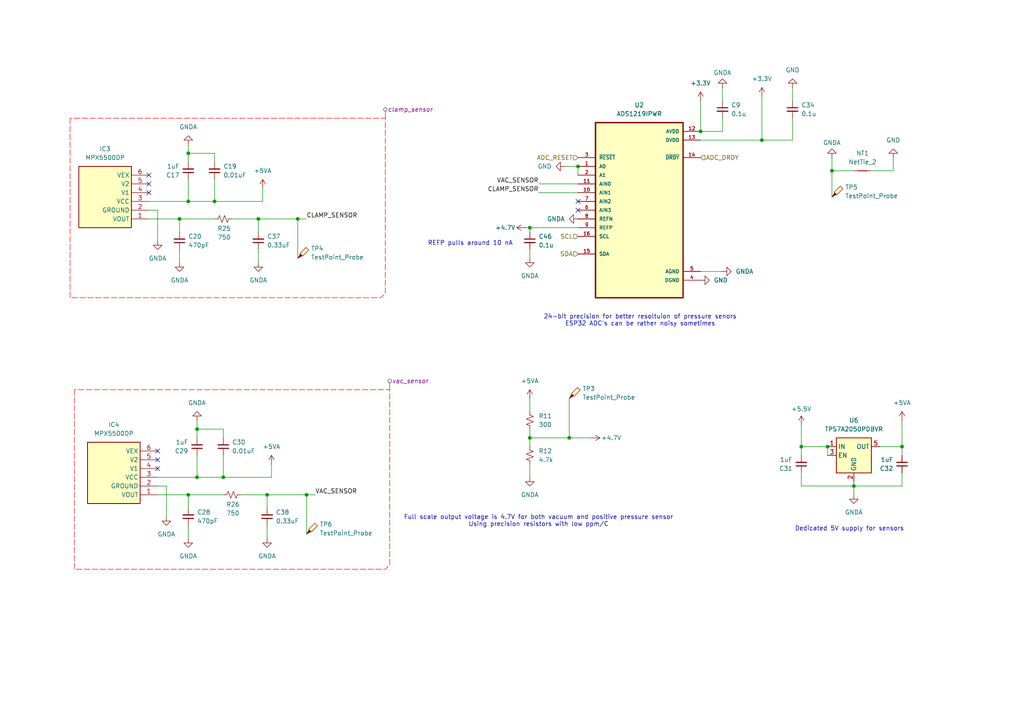
<source format=kicad_sch>
(kicad_sch (version 20250114) (generator "eeschema") (generator_version "9.0")
  (paper "A4")
  (lib_symbols
    (symbol "Connector:TestPoint_Probe" (pin_numbers (hide yes)) (pin_names (offset 0.762) (hide yes))
      (property "Reference" "TP" (at 1.651 5.842 0))
      (property "Value" "TestPoint_Probe" (at 1.651 4.064 0))
      (symbol "TestPoint_Probe_0_1"
        (polyline (pts (xy 1.27 0.762) (xy 0 0) (xy 0.762 1.27) (xy 1.27 0.762)) (fill (type outline)))
        (polyline (pts (xy 1.397 0.635) (xy 0.635 1.397) (xy 2.413 3.175) (xy 3.175 2.413) (xy 1.397 0.635)) (fill (type background)))
      )
      (symbol "TestPoint_Probe_1_1"
        (pin passive line (at 0 0 90) (length 0) (name "1") (number "1"))
      )
    )
    (symbol "Device:C_Small" (pin_numbers (hide yes)) (pin_names (offset 0.254) (hide yes))
      (property "Reference" "C" (at 0.254 1.778 0))
      (property "Value" "C_Small" (at 0.254 -2.032 0))
      (symbol "C_Small_0_1"
        (polyline (pts (xy -1.524 0.508) (xy 1.524 0.508)) (stroke (width 0.3048)))
        (polyline (pts (xy -1.524 -0.508) (xy 1.524 -0.508)) (stroke (width 0.3302)))
      )
      (symbol "C_Small_1_1"
        (pin passive line (at 0 2.54 270) (length 2.032) (name "~") (number "1"))
        (pin passive line (at 0 -2.54 90) (length 2.032) (name "~") (number "2"))
      )
    )
    (symbol "Device:NetTie_2" (pin_numbers (hide yes)) (pin_names (offset 0) (hide yes)) (in_bom no)
      (property "Reference" "NT" (at 0 1.27 0))
      (property "Value" "NetTie_2" (at 0 -1.27 0))
      (symbol "NetTie_2_0_1"
        (polyline (pts (xy -1.27 0) (xy 1.27 0)) (stroke (width 0.254)))
      )
      (symbol "NetTie_2_1_1"
        (pin passive line (at -2.54 0 0) (length 2.54) (name "1") (number "1"))
        (pin passive line (at 2.54 0 180) (length 2.54) (name "2") (number "2"))
      )
    )
    (symbol "Device:R_Small_US" (pin_numbers (hide yes)) (pin_names (offset 0.254) (hide yes))
      (property "Reference" "R" (at 0.762 0.508 0))
      (property "Value" "R_Small_US" (at 0.762 -1.016 0))
      (symbol "R_Small_US_1_1"
        (polyline (pts (xy 0 1.524) (xy 1.016 1.143) (xy 0 0.762) (xy -1.016 0.381) (xy 0 0)))
        (polyline (pts (xy 0 0) (xy 1.016 -0.381) (xy 0 -0.762) (xy -1.016 -1.143) (xy 0 -1.524)))
        (pin passive line (at 0 2.54 270) (length 1.016) (name "~") (number "1"))
        (pin passive line (at 0 -2.54 90) (length 1.016) (name "~") (number "2"))
      )
    )
    (symbol "Regulator_Linear:TPS7A0531PDBV"
      (property "Reference" "U" (at -3.81 6.35 0))
      (property "Value" "TPS7A0531PDBV" (at 6.35 6.35 0))
      (symbol "TPS7A0531PDBV_0_1"
        (rectangle (start -5.08 -5.08) (end 5.08 5.08) (stroke (width 0.254)) (fill (type background)))
        (pin power_in line (at -7.62 2.54 0) (length 2.54) (name "IN") (number "1"))
        (pin input line (at -7.62 0 0) (length 2.54) (name "EN") (number "3"))
        (pin power_in line (at 0 -7.62 90) (length 2.54) (name "GND") (number "2"))
        (pin no_connect line (at 5.08 0 180) (length 2.54) (hide yes) (name "NC") (number "4"))
        (pin power_out line (at 7.62 2.54 180) (length 2.54) (name "OUT") (number "5"))
      )
    )
    (symbol "Vendor_Symbols:ADS1219IPWR" (pin_names (offset 1.016))
      (property "Reference" "U" (at -12.7 26.4 0))
      (property "Value" "ADS1219IPWR" (at -12.7 -29.4 0))
      (symbol "ADS1219IPWR_0_0"
        (rectangle (start -12.7 -25.4) (end 12.7 25.4) (stroke (width 0.41)) (fill (type background)))
        (pin input line (at -17.78 15.24 0) (length 5.08) (name "~{RESET}") (number "3"))
        (pin input line (at -17.78 12.7 0) (length 5.08) (name "A0") (number "1"))
        (pin input line (at -17.78 10.16 0) (length 5.08) (name "A1") (number "2"))
        (pin input line (at -17.78 7.62 0) (length 5.08) (name "AIN0") (number "11"))
        (pin input line (at -17.78 5.08 0) (length 5.08) (name "AIN1") (number "10"))
        (pin input line (at -17.78 2.54 0) (length 5.08) (name "AIN2") (number "7"))
        (pin input line (at -17.78 0 0) (length 5.08) (name "AIN3") (number "6"))
        (pin input line (at -17.78 -2.54 0) (length 5.08) (name "REFN") (number "8"))
        (pin input line (at -17.78 -5.08 0) (length 5.08) (name "REFP") (number "9"))
        (pin input line (at -17.78 -7.62 0) (length 5.08) (name "SCL") (number "16"))
        (pin bidirectional line (at -17.78 -12.7 0) (length 5.08) (name "SDA") (number "15"))
        (pin power_in line (at 17.78 22.86 180) (length 5.08) (name "AVDD") (number "12"))
        (pin power_in line (at 17.78 20.32 180) (length 5.08) (name "DVDD") (number "13"))
        (pin output line (at 17.78 15.24 180) (length 5.08) (name "~{DRDY}") (number "14"))
        (pin power_in line (at 17.78 -17.78 180) (length 5.08) (name "AGND") (number "5"))
        (pin power_in line (at 17.78 -20.32 180) (length 5.08) (name "DGND") (number "4"))
      )
    )
    (symbol "Vendor_Symbols:MPX5500DP"
      (property "Reference" "IC" (at 21.59 7.62 0))
      (property "Value" "MPX5500DP" (at 21.59 5.08 0))
      (symbol "MPX5500DP_1_1"
        (rectangle (start 5.08 2.54) (end 20.32 -15.24) (stroke (width 0.254)) (fill (type background)))
        (pin passive line (at 0 0 0) (length 5.08) (name "VOUT") (number "1"))
        (pin passive line (at 0 -2.54 0) (length 5.08) (name "GROUND") (number "2"))
        (pin passive line (at 0 -5.08 0) (length 5.08) (name "VCC") (number "3"))
        (pin passive line (at 0 -7.62 0) (length 5.08) (name "V1") (number "4"))
        (pin passive line (at 0 -10.16 0) (length 5.08) (name "V2") (number "5"))
        (pin passive line (at 0 -12.7 0) (length 5.08) (name "VEX") (number "6"))
      )
    )
    (symbol "power:+3.3V" (power) (pin_numbers (hide yes)) (pin_names (offset 0) (hide yes))
      (property "Value" "+3.3V" (at 0 3.556 0))
      (symbol "+3.3V_0_1"
        (polyline (pts (xy -0.762 1.27) (xy 0 2.54)))
        (polyline (pts (xy 0 2.54) (xy 0.762 1.27)))
        (polyline (pts (xy 0 0) (xy 0 2.54)))
      )
      (symbol "+3.3V_1_1"
        (pin power_in line (at 0 0 90) (length 0) (name "~") (number "1"))
      )
    )
    (symbol "power:+5V" (power) (pin_numbers (hide yes)) (pin_names (offset 0) (hide yes))
      (property "Value" "+5V" (at 0 3.556 0))
      (symbol "+5V_0_1"
        (polyline (pts (xy -0.762 1.27) (xy 0 2.54)))
        (polyline (pts (xy 0 2.54) (xy 0.762 1.27)))
        (polyline (pts (xy 0 0) (xy 0 2.54)))
      )
      (symbol "+5V_1_1"
        (pin power_in line (at 0 0 90) (length 0) (name "~") (number "1"))
      )
    )
    (symbol "power:+5VA" (power) (pin_numbers (hide yes)) (pin_names (offset 0) (hide yes))
      (property "Value" "+5VA" (at 0 3.556 0))
      (symbol "+5VA_0_1"
        (polyline (pts (xy -0.762 1.27) (xy 0 2.54)))
        (polyline (pts (xy 0 2.54) (xy 0.762 1.27)))
        (polyline (pts (xy 0 0) (xy 0 2.54)))
      )
      (symbol "+5VA_1_1"
        (pin power_in line (at 0 0 90) (length 0) (name "~") (number "1"))
      )
    )
    (symbol "power:GND" (power) (pin_numbers (hide yes)) (pin_names (offset 0) (hide yes))
      (property "Value" "GND" (at 0 -3.81 0))
      (symbol "GND_0_1"
        (polyline (pts (xy 0 0) (xy 0 -1.27) (xy 1.27 -1.27) (xy 0 -2.54) (xy -1.27 -1.27) (xy 0 -1.27)))
      )
      (symbol "GND_1_1"
        (pin power_in line (at 0 0 270) (length 0) (name "~") (number "1"))
      )
    )
    (symbol "power:GNDA" (power) (pin_numbers (hide yes)) (pin_names (offset 0) (hide yes))
      (property "Value" "GNDA" (at 0 -3.81 0))
      (symbol "GNDA_0_1"
        (polyline (pts (xy 0 0) (xy 0 -1.27) (xy 1.27 -1.27) (xy 0 -2.54) (xy -1.27 -1.27) (xy 0 -1.27)))
      )
      (symbol "GNDA_1_1"
        (pin power_in line (at 0 0 270) (length 0) (name "~") (number "1"))
      )
    )
    (symbol "power:VAA" (power) (pin_numbers (hide yes)) (pin_names (offset 0) (hide yes))
      (property "Value" "VAA" (at 0 3.556 0))
      (symbol "VAA_0_1"
        (polyline (pts (xy -0.762 1.27) (xy 0 2.54)))
        (polyline (pts (xy 0 2.54) (xy 0.762 1.27)))
        (polyline (pts (xy 0 0) (xy 0 2.54)))
      )
      (symbol "VAA_1_1"
        (pin power_in line (at 0 0 90) (length 0) (name "~") (number "1"))
      )
    )
  )
  (text "REFP pulls around 10 nA" (at 136.398 70.612 0) (effects (font (size 1.27 1.27))))
  (text "24-bit precision for better resoltuion of pressure senors\nESP32 ADC's can be rather noisy sometimes" (at 185.674 92.964 0) (effects (font (size 1.27 1.27))))
  (text "Full scale output voltage is 4.7V for both vacuum and positive pressure sensor\nUsing precision resistors with low ppm/C" (at 156.21 151.13 0) (effects (font (size 1.27 1.27))))
  (text "Dedicated 5V supply for sensors" (at 246.38 153.416 0) (effects (font (size 1.27 1.27))))
  (junction (at 64.77 138.43))
  (junction (at 153.67 66.04))
  (junction (at 77.47 143.51))
  (junction (at 54.61 143.51))
  (junction (at 232.41 129.54))
  (junction (at 247.65 140.97))
  (junction (at 54.61 58.42))
  (junction (at 261.62 129.54))
  (junction (at 203.2 38.1))
  (junction (at 57.15 138.43))
  (junction (at 54.61 44.45))
  (junction (at 153.67 127))
  (junction (at 220.98 40.64))
  (junction (at 240.03 129.54))
  (junction (at 57.15 124.46))
  (junction (at 88.9 143.51))
  (junction (at 86.36 63.5))
  (junction (at 74.93 63.5))
  (junction (at 52.07 63.5))
  (junction (at 241.3 49.53))
  (junction (at 167.64 48.26))
  (junction (at 62.23 58.42))
  (junction (at 165.1 127))
  (no_connect (at 45.72 133.35))
  (no_connect (at 45.72 135.89))
  (no_connect (at 43.18 50.8))
  (no_connect (at 167.64 60.96))
  (no_connect (at 43.18 53.34))
  (no_connect (at 45.72 130.81))
  (no_connect (at 167.64 58.42))
  (no_connect (at 43.18 55.88))
  (wire (pts (xy 78.74 138.43) (xy 78.74 134.62)))
  (wire (pts (xy 241.3 49.53) (xy 247.65 49.53)))
  (wire (pts (xy 54.61 147.32) (xy 54.61 143.51)))
  (wire (pts (xy 64.77 138.43) (xy 78.74 138.43)))
  (wire (pts (xy 232.41 123.19) (xy 232.41 129.54)))
  (wire (pts (xy 54.61 58.42) (xy 54.61 52.07)))
  (wire (pts (xy 77.47 143.51) (xy 88.9 143.51)))
  (wire (pts (xy 62.23 46.99) (xy 62.23 44.45)))
  (wire (pts (xy 52.07 63.5) (xy 62.23 63.5)))
  (wire (pts (xy 261.62 121.92) (xy 261.62 129.54)))
  (wire (pts (xy 48.26 149.86) (xy 48.26 140.97)))
  (wire (pts (xy 232.41 140.97) (xy 247.65 140.97)))
  (wire (pts (xy 163.83 48.26) (xy 167.64 48.26)))
  (wire (pts (xy 43.18 58.42) (xy 54.61 58.42)))
  (wire (pts (xy 54.61 156.21) (xy 54.61 152.4)))
  (wire (pts (xy 57.15 138.43) (xy 64.77 138.43)))
  (wire (pts (xy 57.15 124.46) (xy 57.15 127)))
  (wire (pts (xy 52.07 63.5) (xy 43.18 63.5)))
  (wire (pts (xy 54.61 143.51) (xy 64.77 143.51)))
  (wire (pts (xy 252.73 49.53) (xy 259.08 49.53)))
  (wire (pts (xy 86.36 63.5) (xy 86.36 74.93)))
  (wire (pts (xy 64.77 127) (xy 64.77 124.46)))
  (wire (pts (xy 69.85 143.51) (xy 77.47 143.51)))
  (wire (pts (xy 77.47 152.4) (xy 77.47 156.21)))
  (wire (pts (xy 64.77 124.46) (xy 57.15 124.46)))
  (wire (pts (xy 52.07 76.2) (xy 52.07 72.39)))
  (wire (pts (xy 64.77 138.43) (xy 64.77 132.08)))
  (wire (pts (xy 54.61 41.91) (xy 54.61 44.45)))
  (wire (pts (xy 220.98 40.64) (xy 229.87 40.64)))
  (wire (pts (xy 153.67 72.39) (xy 153.67 74.93)))
  (wire (pts (xy 229.87 25.4) (xy 229.87 29.21)))
  (wire (pts (xy 165.1 127) (xy 171.45 127)))
  (wire (pts (xy 241.3 45.72) (xy 241.3 49.53)))
  (wire (pts (xy 62.23 58.42) (xy 62.23 52.07)))
  (wire (pts (xy 54.61 143.51) (xy 45.72 143.51)))
  (wire (pts (xy 67.31 63.5) (xy 74.93 63.5)))
  (wire (pts (xy 57.15 121.92) (xy 57.15 124.46)))
  (wire (pts (xy 153.67 115.57) (xy 153.67 119.38)))
  (wire (pts (xy 74.93 63.5) (xy 74.93 67.31)))
  (wire (pts (xy 88.9 143.51) (xy 88.9 154.94)))
  (wire (pts (xy 48.26 140.97) (xy 45.72 140.97)))
  (wire (pts (xy 76.2 58.42) (xy 76.2 54.61)))
  (wire (pts (xy 203.2 29.21) (xy 203.2 38.1)))
  (wire (pts (xy 74.93 63.5) (xy 86.36 63.5)))
  (wire (pts (xy 203.2 38.1) (xy 209.55 38.1)))
  (wire (pts (xy 45.72 60.96) (xy 43.18 60.96)))
  (wire (pts (xy 153.67 127) (xy 153.67 129.54)))
  (wire (pts (xy 74.93 72.39) (xy 74.93 76.2)))
  (wire (pts (xy 247.65 140.97) (xy 247.65 143.51)))
  (wire (pts (xy 57.15 138.43) (xy 57.15 132.08)))
  (wire (pts (xy 86.36 63.5) (xy 88.9 63.5)))
  (wire (pts (xy 209.55 25.4) (xy 209.55 29.21)))
  (wire (pts (xy 45.72 69.85) (xy 45.72 60.96)))
  (wire (pts (xy 255.27 129.54) (xy 261.62 129.54)))
  (wire (pts (xy 77.47 143.51) (xy 77.47 147.32)))
  (wire (pts (xy 153.67 127) (xy 165.1 127)))
  (wire (pts (xy 229.87 34.29) (xy 229.87 40.64)))
  (wire (pts (xy 241.3 49.53) (xy 241.3 57.15)))
  (wire (pts (xy 165.1 115.57) (xy 165.1 127)))
  (wire (pts (xy 261.62 137.16) (xy 261.62 140.97)))
  (wire (pts (xy 153.67 124.46) (xy 153.67 127)))
  (wire (pts (xy 209.55 78.74) (xy 203.2 78.74)))
  (wire (pts (xy 62.23 44.45) (xy 54.61 44.45)))
  (wire (pts (xy 232.41 129.54) (xy 240.03 129.54)))
  (wire (pts (xy 232.41 129.54) (xy 232.41 132.08)))
  (wire (pts (xy 153.67 66.04) (xy 167.64 66.04)))
  (wire (pts (xy 167.64 48.26) (xy 167.64 50.8)))
  (wire (pts (xy 259.08 49.53) (xy 259.08 45.72)))
  (wire (pts (xy 156.21 53.34) (xy 167.64 53.34)))
  (wire (pts (xy 220.98 27.94) (xy 220.98 40.64)))
  (wire (pts (xy 156.21 55.88) (xy 167.64 55.88)))
  (wire (pts (xy 261.62 129.54) (xy 261.62 132.08)))
  (wire (pts (xy 232.41 137.16) (xy 232.41 140.97)))
  (wire (pts (xy 220.98 40.64) (xy 203.2 40.64)))
  (wire (pts (xy 209.55 34.29) (xy 209.55 38.1)))
  (wire (pts (xy 52.07 67.31) (xy 52.07 63.5)))
  (wire (pts (xy 240.03 129.54) (xy 240.03 132.08)))
  (wire (pts (xy 54.61 44.45) (xy 54.61 46.99)))
  (wire (pts (xy 54.61 58.42) (xy 62.23 58.42)))
  (wire (pts (xy 62.23 58.42) (xy 76.2 58.42)))
  (wire (pts (xy 45.72 138.43) (xy 57.15 138.43)))
  (wire (pts (xy 247.65 140.97) (xy 247.65 139.7)))
  (wire (pts (xy 261.62 140.97) (xy 247.65 140.97)))
  (wire (pts (xy 88.9 143.51) (xy 91.44 143.51)))
  (wire (pts (xy 153.67 134.62) (xy 153.67 138.43)))
  (wire (pts (xy 152.4 66.04) (xy 153.67 66.04)))
  (wire (pts (xy 153.67 66.04) (xy 153.67 67.31)))
  (label "VAC_SENSOR" (at 91.44 143.51 0))
  (label "CLAMP_SENSOR" (at 156.21 55.88 180))
  (label "VAC_SENSOR" (at 156.21 53.34 180))
  (label "CLAMP_SENSOR" (at 88.9 63.5 0))
  (hierarchical_label "SCL" (shape input) (at 167.64 68.58 180))
  (hierarchical_label "ADC_DRDY" (shape input) (at 203.2 45.72 0))
  (hierarchical_label "SDA" (shape input) (at 167.64 73.66 180))
  (hierarchical_label "ADC_RESET" (shape input) (at 167.64 45.72 180))
  (rule_area (polyline (pts (xy 20.32 34.29) (xy 20.32 86.36) (xy 110.49 86.36) (xy 111.76 85.09) (xy 111.76 34.29)) (stroke (width 0) (type dash))))
  (rule_area (polyline (pts (xy 21.59 113.03) (xy 21.59 165.1) (xy 111.76 165.1) (xy 113.03 163.83) (xy 113.03 113.03)) (stroke (width 0) (type dash))))
  (netclass_flag "" (length 2.54) (shape round) (at 111.76 34.29 0) (property "Component Class" "clamp_sensor" (at 112.4585 31.75 0) (effects (font (italic yes)) (justify left))))
  (netclass_flag "" (length 2.54) (shape round) (at 113.03 113.03 0) (property "Component Class" "vac_sensor" (at 113.7285 110.49 0) (effects (font (italic yes)) (justify left))))
  (symbol (lib_id "power:+5V") (at 232.41 123.19 0) (unit 1)
    (property "Reference" "#PWR077" (effects (hide yes)))
    (property "Value" "+5.5V" (at 232.41 118.618 0))
    (property "Description" "Power symbol creates a global label with name \"+5V\"" (effects (hide yes)))
  )
  (symbol (lib_id "power:GNDA") (at 153.67 138.43 0) (unit 1)
    (property "Reference" "#PWR018" (effects (hide yes)))
    (property "Value" "GNDA" (at 153.67 143.51 0))
    (property "Description" "Power symbol creates a global label with name \"GNDA\" , analog ground" (effects (hide yes)))
  )
  (symbol (lib_id "power:GNDA") (at 45.72 69.85 0) (unit 1)
    (property "Reference" "#PWR03" (effects (hide yes)))
    (property "Value" "GNDA" (at 45.72 74.93 0))
    (property "Description" "Power symbol creates a global label with name \"GNDA\" , analog ground" (effects (hide yes)))
  )
  (symbol (lib_id "power:+5VA") (at 78.74 134.62 0) (unit 1)
    (property "Reference" "#PWR0100" (effects (hide yes)))
    (property "Value" "+5VA" (at 78.74 129.54 0))
    (property "Description" "Power symbol creates a global label with name \"+5VA\"" (effects (hide yes)))
  )
  (symbol (lib_id "power:GNDA") (at 241.3 45.72 180) (unit 1)
    (property "Reference" "#PWR098" (effects (hide yes)))
    (property "Value" "GNDA" (at 241.3 41.402 0))
    (property "Description" "Power symbol creates a global label with name \"GNDA\" , analog ground" (effects (hide yes)))
  )
  (symbol (lib_id "Device:R_Small_US") (at 153.67 132.08 0) (unit 1)
    (property "Reference" "R12" (at 156.21 130.8099 0) (effects (justify left)))
    (property "Value" "4.7k" (at 156.21 133.3499 0) (effects (justify left)))
    (property "Footprint" "Resistor_SMD:R_0603_1608Metric_Pad0.98x0.95mm_HandSolder" (effects (hide yes)))
    (property "Description" "4.7 kOhms ±0.1% 0.1W, 1/10W Chip Resistor 0603 (1608 Metric) Anti-Sulfur, Automotive AEC-Q200 Thin Film" (effects (hide yes)))
    (property "MPN" "RG1608P-472-B-T5" (effects (hide yes)))
    (property "Manufacturer" "Susumu" (effects (hide yes)))
    (property "DigiKey Link" "https://www.digikey.com/en/products/detail/susumu/RG1608P-472-B-T5/1240593" (effects (hide yes)))
  )
  (symbol (lib_id "power:GNDA") (at 48.26 149.86 0) (unit 1)
    (property "Reference" "#PWR07" (effects (hide yes)))
    (property "Value" "GNDA" (at 48.26 154.94 0))
    (property "Description" "Power symbol creates a global label with name \"GNDA\" , analog ground" (effects (hide yes)))
  )
  (symbol (lib_id "Device:C_Small") (at 64.77 129.54 180) (unit 1)
    (property "Reference" "C30" (at 67.31 128.2635 0) (effects (justify right)))
    (property "Value" "0.01uF" (at 67.31 130.8035 0) (effects (justify right)))
    (property "Footprint" "Capacitor_SMD:C_0402_1005Metric_Pad0.74x0.62mm_HandSolder" (effects (hide yes)))
    (property "Description" "10000 pF ±10% 50V Ceramic Capacitor X7R 0402 (1005 Metric)" (effects (hide yes)))
    (property "MPN" "CL05B103KB5NNNC" (effects (hide yes)))
    (property "Manufacturer" "Samsung Electro-Mechanics" (effects (hide yes)))
    (property "DigiKey Link" "https://www.digikey.com/en/products/detail/samsung-electro-mechanics/CL05B103KB5NNNC/3886686" (effects (hide yes)))
  )
  (symbol (lib_id "power:GNDA") (at 153.67 74.93 0) (unit 1)
    (property "Reference" "#PWR0102" (effects (hide yes)))
    (property "Value" "GNDA" (at 153.67 80.01 0))
    (property "Description" "Power symbol creates a global label with name \"GNDA\" , analog ground" (effects (hide yes)))
  )
  (symbol (lib_id "power:GNDA") (at 247.65 143.51 0) (unit 1)
    (property "Reference" "#PWR040" (effects (hide yes)))
    (property "Value" "GNDA" (at 247.65 148.59 0))
    (property "Description" "Power symbol creates a global label with name \"GNDA\" , analog ground" (effects (hide yes)))
  )
  (symbol (lib_id "power:VAA") (at 171.45 127 270) (unit 1)
    (property "Reference" "#PWR024" (effects (hide yes)))
    (property "Value" "+4.7V" (at 177.292 127 90))
    (property "Description" "Power symbol creates a global label with name \"VAA\"" (effects (hide yes)))
  )
  (symbol (lib_id "power:+5VA") (at 153.67 115.57 0) (unit 1)
    (property "Reference" "#PWR020" (effects (hide yes)))
    (property "Value" "+5VA" (at 153.67 110.49 0))
    (property "Description" "Power symbol creates a global label with name \"+5VA\"" (effects (hide yes)))
  )
  (symbol (lib_id "power:+5VA") (at 76.2 54.61 0) (unit 1)
    (property "Reference" "#PWR042" (effects (hide yes)))
    (property "Value" "+5VA" (at 76.2 49.53 0))
    (property "Description" "Power symbol creates a global label with name \"+5VA\"" (effects (hide yes)))
  )
  (symbol (lib_id "power:+3.3V") (at 203.2 29.21 0) (unit 1)
    (property "Reference" "#PWR029" (effects (hide yes)))
    (property "Value" "+3.3V" (at 203.2 24.13 0))
    (property "Description" "Power symbol creates a global label with name \"+3.3V\"" (effects (hide yes)))
  )
  (symbol (lib_id "power:GNDA") (at 77.47 156.21 0) (unit 1)
    (property "Reference" "#PWR05" (effects (hide yes)))
    (property "Value" "GNDA" (at 77.47 161.29 0))
    (property "Description" "Power symbol creates a global label with name \"GNDA\" , analog ground" (effects (hide yes)))
  )
  (symbol (lib_id "Device:C_Small") (at 77.47 149.86 180) (unit 1)
    (property "Reference" "C38" (at 80.01 148.5835 0) (effects (justify right)))
    (property "Value" "0.33uF" (at 80.01 151.1235 0) (effects (justify right)))
    (property "Footprint" "Capacitor_SMD:C_0603_1608Metric_Pad1.08x0.95mm_HandSolder" (effects (hide yes)))
    (property "Description" "0.33 µF ±10% 16V Ceramic Capacitor X7R 0603 (1608 Metric)" (effects (hide yes)))
    (property "MPN" "CL10B334KO8NNNC" (effects (hide yes)))
    (property "Manufacturer" "Samsung Electro-Mechanics" (effects (hide yes)))
    (property "DigiKey Link" "https://www.digikey.com/en/products/detail/samsung-electro-mechanics/CL10B334KO8NNNC/3887706" (effects (hide yes)))
  )
  (symbol (lib_id "Connector:TestPoint_Probe") (at 165.1 115.57 0) (unit 1)
    (property "Reference" "TP3" (at 168.91 112.7124 0) (effects (justify left)))
    (property "Value" "TestPoint_Probe" (at 168.91 115.2524 0) (effects (justify left)))
    (property "Footprint" "TestPoint:TestPoint_Keystone_5000-5004_Miniature" (effects (hide yes)))
    (property "Description" "test point (alternative probe-style design)" (effects (hide yes)))
  )
  (symbol (lib_id "Regulator_Linear:TPS7A0531PDBV") (at 247.65 132.08 0) (unit 1)
    (property "Reference" "U6" (at 247.65 121.92 0))
    (property "Value" "TPS7A2050PDBVR" (at 247.65 124.46 0))
    (property "Footprint" "Package_TO_SOT_SMD:SOT-23-5" (effects (hide yes)))
    (property "Datasheet" "https://www.ti.com/general/docs/suppproductinfo.tsp?distId=10&gotoUrl=http%3A%2F%2Fwww.ti.com%2Flit%2Fgpn%2Ftps7a20" (effects (hide yes)))
    (property "Description" "Linear Voltage Regulator IC Positive Fixed 1 Output 300mA SOT-23-5" (effects (hide yes)))
    (property "MPN" "TPS7A2050PDBVR" (effects (hide yes)))
    (property "Manufacturer" "Texas Instruments" (effects (hide yes)))
    (property "DigiKey Link" "https://www.digikey.com/en/products/detail/texas-instruments/TPS7A2050PDBVR/13566862" (effects (hide yes)))
  )
  (symbol (lib_id "Device:C_Small") (at 62.23 49.53 180) (unit 1)
    (property "Reference" "C19" (at 64.77 48.2535 0) (effects (justify right)))
    (property "Value" "0.01uF" (at 64.77 50.7935 0) (effects (justify right)))
    (property "Footprint" "Capacitor_SMD:C_0402_1005Metric_Pad0.74x0.62mm_HandSolder" (effects (hide yes)))
    (property "Description" "10000 pF ±10% 50V Ceramic Capacitor X7R 0402 (1005 Metric)" (effects (hide yes)))
    (property "MPN" "CL05B103KB5NNNC" (effects (hide yes)))
    (property "Manufacturer" "Samsung Electro-Mechanics" (effects (hide yes)))
    (property "DigiKey Link" "https://www.digikey.com/en/products/detail/samsung-electro-mechanics/CL05B103KB5NNNC/3886686" (effects (hide yes)))
  )
  (symbol (lib_id "power:GNDA") (at 209.55 78.74 90) (unit 1)
    (property "Reference" "#PWR028" (effects (hide yes)))
    (property "Value" "GNDA" (at 213.36 78.7399 90) (effects (justify right)))
    (property "Description" "Power symbol creates a global label with name \"GNDA\" , analog ground" (effects (hide yes)))
  )
  (symbol (lib_id "Device:C_Small") (at 57.15 129.54 180) (unit 1)
    (property "Reference" "C29" (at 54.61 130.8038 0) (effects (justify left)))
    (property "Value" "1uF" (at 54.61 128.2638 0) (effects (justify left)))
    (property "Footprint" "Capacitor_SMD:C_0603_1608Metric_Pad1.08x0.95mm_HandSolder" (effects (hide yes)))
    (property "Description" "1 µF ±10% 16V Ceramic Capacitor X7R 0603 (1608 Metric)" (effects (hide yes)))
    (property "MPN" "CL10B105KO8NNNC" (effects (hide yes)))
    (property "Manufacturer" "Samsung Electro-Mechanics" (effects (hide yes)))
    (property "DigiKey Link" "https://www.digikey.com/en/products/detail/samsung-electro-mechanics/CL10B105KO8NNNC/3886677" (effects (hide yes)))
  )
  (symbol (lib_id "power:GNDA") (at 52.07 76.2 0) (unit 1)
    (property "Reference" "#PWR02" (effects (hide yes)))
    (property "Value" "GNDA" (at 52.07 81.28 0))
    (property "Description" "Power symbol creates a global label with name \"GNDA\" , analog ground" (effects (hide yes)))
  )
  (symbol (lib_id "power:+5VA") (at 261.62 121.92 0) (unit 1)
    (property "Reference" "#PWR079" (effects (hide yes)))
    (property "Value" "+5VA" (at 261.62 116.84 0))
    (property "Description" "Power symbol creates a global label with name \"+5VA\"" (effects (hide yes)))
  )
  (symbol (lib_id "Device:C_Small") (at 261.62 134.62 180) (unit 1)
    (property "Reference" "C32" (at 259.08 135.8838 0) (effects (justify left)))
    (property "Value" "1uF" (at 259.08 133.3438 0) (effects (justify left)))
    (property "Footprint" "Capacitor_SMD:C_0603_1608Metric_Pad1.08x0.95mm_HandSolder" (effects (hide yes)))
    (property "Description" "Unpolarized capacitor, small symbol" (effects (hide yes)))
  )
  (symbol (lib_id "Device:C_Small") (at 209.55 31.75 0) (unit 1)
    (property "Reference" "C9" (at 212.09 30.4862 0) (effects (justify left)))
    (property "Value" "0.1u" (at 212.09 33.0262 0) (effects (justify left)))
    (property "Footprint" "Capacitor_SMD:C_0603_1608Metric_Pad1.08x0.95mm_HandSolder" (effects (hide yes)))
    (property "Description" "0.1 µF ±10% 16V Ceramic Capacitor X7R 0603 (1608 Metric)" (effects (hide yes)))
    (property "DigiKey Link" "https://www.digikey.com/en/products/detail/samsung-electro-mechanics/CL10B104KO8NNNC/3886663" (effects (hide yes)))
    (property "MPN" "CL10B104KO8NNNC" (effects (hide yes)))
    (property "Manufacturer" "Samsung Electro-Mechanics" (effects (hide yes)))
  )
  (symbol (lib_id "power:GNDA") (at 54.61 41.91 180) (unit 1)
    (property "Reference" "#PWR04" (effects (hide yes)))
    (property "Value" "GNDA" (at 54.61 36.83 0))
    (property "Description" "Power symbol creates a global label with name \"GNDA\" , analog ground" (effects (hide yes)))
  )
  (symbol (lib_id "Device:R_Small_US") (at 67.31 143.51 90) (unit 1)
    (property "Reference" "R26" (at 67.564 146.304 90))
    (property "Value" "750" (at 67.564 148.844 90))
    (property "Footprint" "Resistor_SMD:R_0603_1608Metric_Pad0.98x0.95mm_HandSolder" (effects (hide yes)))
    (property "Description" "750 Ohms ±0.1% 0.1W, 1/10W Chip Resistor 0603 (1608 Metric) Anti-Sulfur, Automotive AEC-Q200 Thin Film" (effects (hide yes)))
    (property "MPN" "RG1608P-751-B-T5" (effects (hide yes)))
    (property "Manufacturer" "Susumu" (effects (hide yes)))
    (property "DigiKey Link" "https://www.digikey.com/en/products/detail/susumu/RG1608P-751-B-T5/1240626" (effects (hide yes)))
  )
  (symbol (lib_id "Device:R_Small_US") (at 153.67 121.92 0) (unit 1)
    (property "Reference" "R11" (at 156.21 120.6499 0) (effects (justify left)))
    (property "Value" "300" (at 156.21 123.1899 0) (effects (justify left)))
    (property "Footprint" "Resistor_SMD:R_0603_1608Metric_Pad0.98x0.95mm_HandSolder" (effects (hide yes)))
    (property "Description" "300 Ohms ±0.1% 0.1W, 1/10W Chip Resistor 0603 (1608 Metric) Anti-Sulfur, Automotive AEC-Q200 Thin Film" (effects (hide yes)))
    (property "MPN" "RG1608P-301-B-T5" (effects (hide yes)))
    (property "Manufacturer" "Susumu" (effects (hide yes)))
    (property "DigiKey Link" "https://www.digikey.com/en/products/detail/susumu/RG1608P-301-B-T5/1240548" (effects (hide yes)))
  )
  (symbol (lib_id "power:GNDA") (at 74.93 76.2 0) (unit 1)
    (property "Reference" "#PWR01" (effects (hide yes)))
    (property "Value" "GNDA" (at 74.93 81.28 0))
    (property "Description" "Power symbol creates a global label with name \"GNDA\" , analog ground" (effects (hide yes)))
  )
  (symbol (lib_id "Vendor_Symbols:MPX5500DP") (at 45.72 143.51 180) (unit 1)
    (property "Reference" "IC4" (at 33.02 123.19 0))
    (property "Value" "MPX5500DP" (at 33.02 125.73 0))
    (property "Footprint" "Vendor_Footprints:MPX5500DP" (effects (hide yes)))
    (property "Datasheet" "https://www.nxp.com/docs/en/data-sheet/MPX5500.pdf" (effects (hide yes)))
    (property "Description" "Pressure Sensor 72.52PSI (500kPa) Differential Male - 0.19\" (4.93mm) Tube, Dual 0.2 V ~ 4.7 V 6-SIP Module" (effects (hide yes)))
    (property "MPN" "MPX5500DP" (effects (hide yes)))
    (property "Manufacturer" "NXP USA Inc." (effects (hide yes)))
    (property "DigiKey Link" "https://www.digikey.com/en/products/detail/nxp-usa-inc/MPX5500DP/608501" (effects (hide yes)))
  )
  (symbol (lib_id "Device:C_Small") (at 229.87 31.75 0) (unit 1)
    (property "Reference" "C34" (at 232.41 30.4862 0) (effects (justify left)))
    (property "Value" "0.1u" (at 232.41 33.0262 0) (effects (justify left)))
    (property "Footprint" "Capacitor_SMD:C_0603_1608Metric_Pad1.08x0.95mm_HandSolder" (effects (hide yes)))
    (property "Description" "0.1 µF ±10% 16V Ceramic Capacitor X7R 0603 (1608 Metric)" (effects (hide yes)))
    (property "DigiKey Link" "https://www.digikey.com/en/products/detail/samsung-electro-mechanics/CL10B104KO8NNNC/3886663" (effects (hide yes)))
    (property "MPN" "CL10B104KO8NNNC" (effects (hide yes)))
    (property "Manufacturer" "Samsung Electro-Mechanics" (effects (hide yes)))
  )
  (symbol (lib_id "power:GND") (at 259.08 45.72 180) (unit 1)
    (property "Reference" "#PWR099" (effects (hide yes)))
    (property "Value" "GND" (at 259.08 40.64 0))
    (property "Description" "Power symbol creates a global label with name \"GND\" , ground" (effects (hide yes)))
  )
  (symbol (lib_id "Device:NetTie_2") (at 250.19 49.53 0) (unit 1) (in_bom no)
    (property "Reference" "NT1" (at 250.19 44.45 0))
    (property "Value" "NetTie_2" (at 250.19 46.99 0))
    (property "Footprint" "NetTie:NetTie-2_SMD_Pad0.5mm" (effects (hide yes)))
    (property "Description" "Net tie, 2 pins" (effects (hide yes)))
  )
  (symbol (lib_id "Device:C_Small") (at 153.67 69.85 0) (unit 1)
    (property "Reference" "C46" (at 156.21 68.5862 0) (effects (justify left)))
    (property "Value" "0.1u" (at 156.21 71.1262 0) (effects (justify left)))
    (property "Footprint" "Capacitor_SMD:C_0603_1608Metric_Pad1.08x0.95mm_HandSolder" (effects (hide yes)))
    (property "Description" "0.1 µF ±10% 16V Ceramic Capacitor X7R 0603 (1608 Metric)" (effects (hide yes)))
    (property "DigiKey Link" "https://www.digikey.com/en/products/detail/samsung-electro-mechanics/CL10B104KO8NNNC/3886663" (effects (hide yes)))
    (property "MPN" "CL10B104KO8NNNC" (effects (hide yes)))
    (property "Manufacturer" "Samsung Electro-Mechanics" (effects (hide yes)))
  )
  (symbol (lib_id "Vendor_Symbols:MPX5500DP") (at 43.18 63.5 180) (unit 1)
    (property "Reference" "IC3" (at 30.48 43.18 0))
    (property "Value" "MPX5500DP" (at 30.48 45.72 0))
    (property "Footprint" "Vendor_Footprints:MPX5500DP" (effects (hide yes)))
    (property "Datasheet" "https://www.nxp.com/docs/en/data-sheet/MPX5500.pdf" (effects (hide yes)))
    (property "Description" "Pressure Sensor 72.52PSI (500kPa) Differential Male - 0.19\" (4.93mm) Tube, Dual 0.2 V ~ 4.7 V 6-SIP Module" (effects (hide yes)))
    (property "MPN" "MPX5500DP" (effects (hide yes)))
    (property "Manufacturer" "NXP USA Inc." (effects (hide yes)))
    (property "DigiKey Link" "https://www.digikey.com/en/products/detail/nxp-usa-inc/MPX5500DP/608501" (effects (hide yes)))
  )
  (symbol (lib_id "Device:C_Small") (at 74.93 69.85 180) (unit 1)
    (property "Reference" "C37" (at 77.47 68.5735 0) (effects (justify right)))
    (property "Value" "0.33uF" (at 77.47 71.1135 0) (effects (justify right)))
    (property "Footprint" "Capacitor_SMD:C_0603_1608Metric_Pad1.08x0.95mm_HandSolder" (effects (hide yes)))
    (property "Description" "0.33 µF ±10% 16V Ceramic Capacitor X7R 0603 (1608 Metric)" (effects (hide yes)))
    (property "MPN" "CL10B334KO8NNNC" (effects (hide yes)))
    (property "Manufacturer" "Samsung Electro-Mechanics" (effects (hide yes)))
    (property "DigiKey Link" "https://www.digikey.com/en/products/detail/samsung-electro-mechanics/CL10B334KO8NNNC/3887706" (effects (hide yes)))
  )
  (symbol (lib_id "Device:C_Small") (at 54.61 149.86 180) (unit 1)
    (property "Reference" "C28" (at 57.15 148.5835 0) (effects (justify right)))
    (property "Value" "470pF" (at 57.15 151.1235 0) (effects (justify right)))
    (property "Footprint" "Capacitor_SMD:C_0603_1608Metric_Pad1.08x0.95mm_HandSolder" (effects (hide yes)))
    (property "Description" "470 pF ±5% 50V Ceramic Capacitor C0G, NP0 0603 (1608 Metric)" (effects (hide yes)))
    (property "MPN" "CL10C471JB8NNNC" (effects (hide yes)))
    (property "Manufacturer" "Samsung Electro-Mechanics" (effects (hide yes)))
    (property "DigiKey Link" "https://www.digikey.com/en/products/detail/samsung-electro-mechanics/CL10C471JB8NNNC/3886826" (effects (hide yes)))
  )
  (symbol (lib_id "Device:C_Small") (at 232.41 134.62 180) (unit 1)
    (property "Reference" "C31" (at 229.87 135.8838 0) (effects (justify left)))
    (property "Value" "1uF" (at 229.87 133.3438 0) (effects (justify left)))
    (property "Footprint" "Capacitor_SMD:C_0603_1608Metric_Pad1.08x0.95mm_HandSolder" (effects (hide yes)))
    (property "Description" "Unpolarized capacitor, small symbol" (effects (hide yes)))
  )
  (symbol (lib_id "Device:C_Small") (at 52.07 69.85 180) (unit 1)
    (property "Reference" "C20" (at 54.61 68.5735 0) (effects (justify right)))
    (property "Value" "470pF" (at 54.61 71.1135 0) (effects (justify right)))
    (property "Footprint" "Capacitor_SMD:C_0603_1608Metric_Pad1.08x0.95mm_HandSolder" (effects (hide yes)))
    (property "Description" "470 pF ±5% 50V Ceramic Capacitor C0G, NP0 0603 (1608 Metric)" (effects (hide yes)))
    (property "MPN" "CL10C471JB8NNNC" (effects (hide yes)))
    (property "Manufacturer" "Samsung Electro-Mechanics" (effects (hide yes)))
    (property "DigiKey Link" "https://www.digikey.com/en/products/detail/samsung-electro-mechanics/CL10C471JB8NNNC/3886826" (effects (hide yes)))
  )
  (symbol (lib_id "power:+3.3V") (at 220.98 27.94 0) (unit 1)
    (property "Reference" "#PWR044" (effects (hide yes)))
    (property "Value" "+3.3V" (at 220.98 22.86 0))
    (property "Description" "Power symbol creates a global label with name \"+3.3V\"" (effects (hide yes)))
  )
  (symbol (lib_id "Device:C_Small") (at 54.61 49.53 180) (unit 1)
    (property "Reference" "C17" (at 52.07 50.7938 0) (effects (justify left)))
    (property "Value" "1uF" (at 52.07 48.2538 0) (effects (justify left)))
    (property "Footprint" "Capacitor_SMD:C_0603_1608Metric_Pad1.08x0.95mm_HandSolder" (effects (hide yes)))
    (property "Description" "1 µF ±10% 16V Ceramic Capacitor X7R 0603 (1608 Metric)" (effects (hide yes)))
    (property "MPN" "CL10B105KO8NNNC" (effects (hide yes)))
    (property "Manufacturer" "Samsung Electro-Mechanics" (effects (hide yes)))
    (property "DigiKey Link" "https://www.digikey.com/en/products/detail/samsung-electro-mechanics/CL10B105KO8NNNC/3886677" (effects (hide yes)))
  )
  (symbol (lib_id "power:GNDA") (at 57.15 121.92 180) (unit 1)
    (property "Reference" "#PWR08" (effects (hide yes)))
    (property "Value" "GNDA" (at 57.15 116.84 0))
    (property "Description" "Power symbol creates a global label with name \"GNDA\" , analog ground" (effects (hide yes)))
  )
  (symbol (lib_id "Connector:TestPoint_Probe") (at 88.9 154.94 0) (unit 1)
    (property "Reference" "TP6" (at 92.71 152.0824 0) (effects (justify left)))
    (property "Value" "TestPoint_Probe" (at 92.71 154.6224 0) (effects (justify left)))
    (property "Footprint" "TestPoint:TestPoint_Keystone_5000-5004_Miniature" (effects (hide yes)))
    (property "Description" "test point (alternative probe-style design)" (effects (hide yes)))
  )
  (symbol (lib_id "Connector:TestPoint_Probe") (at 86.36 74.93 0) (unit 1)
    (property "Reference" "TP4" (at 90.17 72.0724 0) (effects (justify left)))
    (property "Value" "TestPoint_Probe" (at 90.17 74.6124 0) (effects (justify left)))
    (property "Footprint" "TestPoint:TestPoint_Keystone_5000-5004_Miniature" (effects (hide yes)))
    (property "Description" "test point (alternative probe-style design)" (effects (hide yes)))
  )
  (symbol (lib_id "Connector:TestPoint_Probe") (at 241.3 57.15 0) (unit 1)
    (property "Reference" "TP5" (at 245.11 54.2924 0) (effects (justify left)))
    (property "Value" "TestPoint_Probe" (at 245.11 56.8324 0) (effects (justify left)))
    (property "Footprint" "TestPoint:TestPoint_Keystone_5000-5004_Miniature" (effects (hide yes)))
    (property "Description" "test point (alternative probe-style design)" (effects (hide yes)))
  )
  (symbol (lib_id "power:GNDA") (at 167.64 63.5 270) (unit 1)
    (property "Reference" "#PWR0101" (effects (hide yes)))
    (property "Value" "GNDA" (at 163.83 63.4999 90) (effects (justify right)))
    (property "Description" "Power symbol creates a global label with name \"GNDA\" , analog ground" (effects (hide yes)))
  )
  (symbol (lib_id "Device:R_Small_US") (at 64.77 63.5 90) (unit 1)
    (property "Reference" "R25" (at 65.024 66.294 90))
    (property "Value" "750" (at 65.024 68.834 90))
    (property "Footprint" "Resistor_SMD:R_0603_1608Metric_Pad0.98x0.95mm_HandSolder" (effects (hide yes)))
    (property "Description" "750 Ohms ±0.1% 0.1W, 1/10W Chip Resistor 0603 (1608 Metric) Anti-Sulfur, Automotive AEC-Q200 Thin Film" (effects (hide yes)))
    (property "MPN" "RG1608P-751-B-T5" (effects (hide yes)))
    (property "Manufacturer" "Susumu" (effects (hide yes)))
    (property "DigiKey Link" "https://www.digikey.com/en/products/detail/susumu/RG1608P-751-B-T5/1240626" (effects (hide yes)))
  )
  (symbol (lib_id "Vendor_Symbols:ADS1219IPWR") (at 185.42 60.96 0) (unit 1)
    (property "Reference" "U2" (at 185.42 30.48 0))
    (property "Value" "ADS1219IPWR" (at 185.42 33.02 0))
    (property "Footprint" "Vendor_Footprints:SOP65P640X120-16N" (effects (hide yes)))
    (property "Datasheet" "https://www.ti.com/general/docs/suppproductinfo.tsp?distId=10&gotoUrl=https%3A%2F%2Fwww.ti.com%2Flit%2Fgpn%2Fads1219" (effects (hide yes)))
    (property "Description" "24 Bit Analog to Digital Converter 4 Input 1 Sigma-Delta 16-TSSOP" (effects (hide yes)))
    (property "MPN" "ADS1219IPWR" (effects (hide yes)))
    (property "Manufacturer" "Texas Instruments" (effects (hide yes)))
    (property "DigiKey Link" "https://www.digikey.com/en/products/detail/texas-instruments/ADS1219IPWR/9597825" (effects (hide yes)))
  )
  (symbol (lib_id "power:GND") (at 163.83 48.26 270) (unit 1)
    (property "Reference" "#PWR022" (effects (hide yes)))
    (property "Value" "GND" (at 160.02 48.2599 90) (effects (justify right)))
    (property "Description" "Power symbol creates a global label with name \"GND\" , ground" (effects (hide yes)))
  )
  (symbol (lib_id "power:VAA") (at 152.4 66.04 90) (unit 1)
    (property "Reference" "#PWR027" (effects (hide yes)))
    (property "Value" "+4.7V" (at 146.558 66.04 90))
    (property "Description" "Power symbol creates a global label with name \"VAA\"" (effects (hide yes)))
  )
  (symbol (lib_id "power:GND") (at 229.87 25.4 180) (unit 1)
    (property "Reference" "#PWR078" (effects (hide yes)))
    (property "Value" "GND" (at 229.87 20.32 0))
    (property "Description" "Power symbol creates a global label with name \"GND\" , ground" (effects (hide yes)))
  )
  (symbol (lib_id "power:GND") (at 203.2 81.28 90) (unit 1)
    (property "Reference" "#PWR041" (effects (hide yes)))
    (property "Value" "GND" (at 207.01 81.2799 90) (effects (justify right)))
    (property "Description" "Power symbol creates a global label with name \"GND\" , ground" (effects (hide yes)))
  )
  (symbol (lib_id "power:GNDA") (at 54.61 156.21 0) (unit 1)
    (property "Reference" "#PWR06" (effects (hide yes)))
    (property "Value" "GNDA" (at 54.61 161.29 0))
    (property "Description" "Power symbol creates a global label with name \"GNDA\" , analog ground" (effects (hide yes)))
  )
  (symbol (lib_id "power:GNDA") (at 209.55 25.4 180) (unit 1)
    (property "Reference" "#PWR043" (effects (hide yes)))
    (property "Value" "GNDA" (at 209.55 21.082 0))
    (property "Description" "Power symbol creates a global label with name \"GNDA\" , analog ground" (effects (hide yes)))
  )
)
</source>
